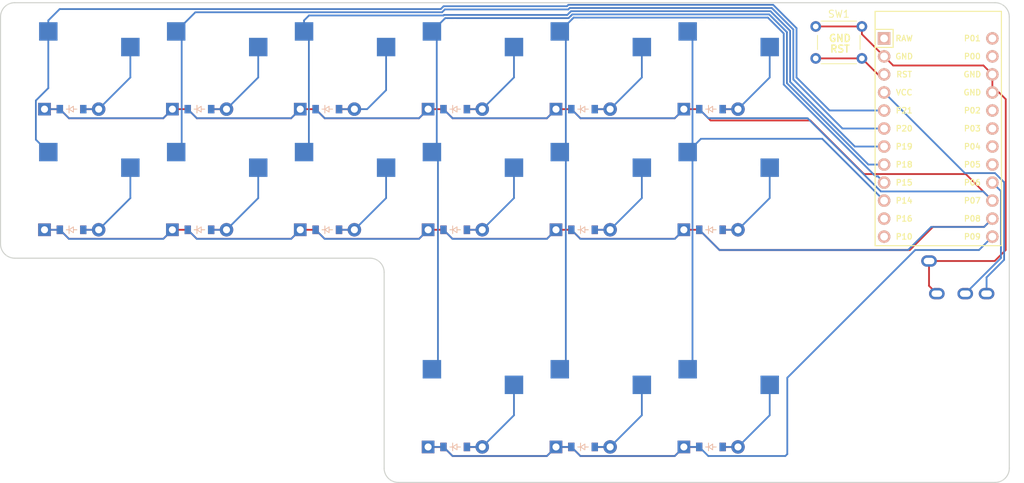
<source format=kicad_pcb>
(kicad_pcb (version 20241229) (generator "pcbnew") (generator_version "9.0")
  (title_block (title "peregrine-lefty") (rev "v1.0.0") (company "Unknown"))
  (layers (0 "F.Cu" signal) (2 "B.Cu" signal) (13 "F.Paste" user) (15 "B.Paste" user) (5 "F.SilkS" user) (7 "B.SilkS" user) (1 "F.Mask" user) (3 "B.Mask" user) (25 "Edge.Cuts" user))
  (net 0 "")
  (net 1 "P21")
  (net 2 "one_middle")
  (net 3 "one_top")
  (net 4 "P20")
  (net 5 "two_middle")
  (net 6 "two_top")
  (net 7 "P19")
  (net 8 "three_middle")
  (net 9 "three_top")
  (net 10 "P18")
  (net 11 "four_bottom")
  (net 12 "four_middle")
  (net 13 "four_top")
  (net 14 "P15")
  (net 15 "five_bottom")
  (net 16 "five_middle")
  (net 17 "five_top")
  (net 18 "P14")
  (net 19 "six_bottom")
  (net 20 "six_middle")
  (net 21 "six_top")
  (net 22 "P8")
  (net 23 "P7")
  (net 24 "P9")
  (net 25 "RAW")
  (net 26 "GND")
  (net 27 "RST")
  (net 28 "VCC")
  (net 29 "P16")
  (net 30 "P10")
  (net 31 "P1")
  (net 32 "P0")
  (net 33 "P2")
  (net 34 "P3")
  (net 35 "P4")
  (net 36 "P5")
  (net 37 "P6")
  (footprint "ComboDiode" (layer "F.Cu") (at 100 74.4)
    (property "Reference" "D1" (hide yes))
    (property "Value" "" (hide yes))
  )
  (footprint "ComboDiode" (layer "F.Cu") (at 190 105)
    (property "Reference" "D13" (hide yes))
    (property "Value" "" (hide yes))
  )
  (footprint "ComboDiode" (layer "F.Cu") (at 190 74.4)
    (property "Reference" "D14" (hide yes))
    (property "Value" "" (hide yes))
  )
  (footprint "PG1350" (layer "F.Cu") (at 118 69.4)
    (property "Reference" "S3" (hide yes))
    (property "Value" "" (hide yes))
  )
  (footprint "TRRS-PJ-320A-dual" (layer "F.Cu") (at 232 83.4 -90)
    (property "Reference" "TRRS1")
    (property "Value" "TRRS-PJ-320A-dual" (hide yes))
  )
  (footprint "PG1350" (layer "F.Cu") (at 190 69.4)
    (property "Reference" "S14" (hide yes))
    (property "Value" "" (hide yes))
  )
  (footprint "PG1350" (layer "F.Cu") (at 154 52.4)
    (property "Reference" "S9" (hide yes))
    (property "Value" "" (hide yes))
  )
  (footprint "ProMicro" (layer "F.Cu") (at 222 61.4 -90)
    (property "Reference" "MCU1" (hide yes))
    (property "Value" "" (hide yes))
  )
  (footprint "ComboDiode" (layer "F.Cu") (at 154 57.4)
    (property "Reference" "D9" (hide yes))
    (property "Value" "" (hide yes))
  )
  (footprint "PG1350" (layer "F.Cu") (at 190 52.4)
    (property "Reference" "S15" (hide yes))
    (property "Value" "" (hide yes))
  )
  (footprint "PG1350" (layer "F.Cu") (at 154 69.4)
    (property "Reference" "S8" (hide yes))
    (property "Value" "" (hide yes))
  )
  (footprint "ComboDiode" (layer "F.Cu") (at 154 74.4)
    (property "Reference" "D8" (hide yes))
    (property "Value" "" (hide yes))
  )
  (footprint "ComboDiode" (layer "F.Cu") (at 172 57.4)
    (property "Reference" "D12" (hide yes))
    (property "Value" "" (hide yes))
  )
  (footprint "PG1350" (layer "F.Cu") (at 154 100)
    (property "Reference" "S7" (hide yes))
    (property "Value" "" (hide yes))
  )
  (footprint "PG1350" (layer "F.Cu") (at 172 100)
    (property "Reference" "S10" (hide yes))
    (property "Value" "" (hide yes))
  )
  (footprint "ComboDiode" (layer "F.Cu") (at 100 57.4)
    (property "Reference" "D2" (hide yes))
    (property "Value" "" (hide yes))
  )
  (footprint "PG1350" (layer "F.Cu") (at 100 69.4)
    (property "Reference" "S1" (hide yes))
    (property "Value" "" (hide yes))
  )
  (footprint "ComboDiode" (layer "F.Cu") (at 172 74.4)
    (property "Reference" "D11" (hide yes))
    (property "Value" "" (hide yes))
  )
  (footprint "PG1350" (layer "F.Cu") (at 136 52.4)
    (property "Reference" "S6" (hide yes))
    (property "Value" "" (hide yes))
  )
  (footprint "ComboDiode" (layer "F.Cu") (at 136 57.4)
    (property "Reference" "D6" (hide yes))
    (property "Value" "" (hide yes))
  )
  (footprint "PG1350" (layer "F.Cu") (at 100 52.4)
    (property "Reference" "S2" (hide yes))
    (property "Value" "" (hide yes))
  )
  (footprint "ComboDiode" (layer "F.Cu") (at 154 105)
    (property "Reference" "D7" (hide yes))
    (property "Value" "" (hide yes))
  )
  (footprint "ComboDiode" (layer "F.Cu") (at 118 74.4)
    (property "Reference" "D3" (hide yes))
    (property "Value" "" (hide yes))
  )
  (footprint "ComboDiode" (layer "F.Cu") (at 136 74.4)
    (property "Reference" "D5" (hide yes))
    (property "Value" "" (hide yes))
  )
  (footprint "PG1350" (layer "F.Cu") (at 190 100)
    (property "Reference" "S13" (hide yes))
    (property "Value" "" (hide yes))
  )
  (footprint "CorienLibrarypretty:AliExpressResetButton6x45xH" (layer "F.Cu") (at 208 48)
    (property "Reference" "SW1")
    (property "Value" "TactileSW")
  )
  (footprint "ComboDiode" (layer "F.Cu") (at 172 105)
    (property "Reference" "D10" (hide yes))
    (property "Value" "" (hide yes))
  )
  (footprint "PG1350" (layer "F.Cu") (at 172 69.4)
    (property "Reference" "S11" (hide yes))
    (property "Value" "" (hide yes))
  )
  (footprint "PG1350" (layer "F.Cu") (at 172 52.4)
    (property "Reference" "S12" (hide yes))
    (property "Value" "" (hide yes))
  )
  (footprint "PG1350" (layer "F.Cu") (at 118 52.4)
    (property "Reference" "S4" (hide yes))
    (property "Value" "" (hide yes))
  )
  (footprint "ComboDiode" (layer "F.Cu") (at 190 57.4)
    (property "Reference" "D15" (hide yes))
    (property "Value" "" (hide yes))
  )
  (footprint "PG1350" (layer "F.Cu") (at 136 69.4)
    (property "Reference" "S5" (hide yes))
    (property "Value" "" (hide yes))
  )
  (footprint "ComboDiode" (layer "F.Cu") (at 118 57.4)
    (property "Reference" "D4" (hide yes))
    (property "Value" "" (hide yes))
  )
  (gr_arc (start 230 42.4) (mid 231.414214 42.985786) (end 232 44.4) (stroke (width 0.15)) (layer "Edge.Cuts"))
  (gr_line (start 90 76.4) (end 90 44.4) (stroke (width 0.15)) (layer "Edge.Cuts"))
  (gr_arc (start 232 108) (mid 231.414214 109.414214) (end 230 110) (stroke (width 0.15)) (layer "Edge.Cuts"))
  (gr_arc (start 142 78.4) (mid 143.414214 78.985786) (end 144 80.4) (stroke (width 0.15)) (layer "Edge.Cuts"))
  (gr_line (start 230 110) (end 146 110) (stroke (width 0.15)) (layer "Edge.Cuts"))
  (gr_line (start 232 44.4) (end 232 108) (stroke (width 0.15)) (layer "Edge.Cuts"))
  (gr_arc (start 90 44.4) (mid 90.585786 42.985786) (end 92 42.4) (stroke (width 0.15)) (layer "Edge.Cuts"))
  (gr_line (start 92 42.4) (end 230 42.4) (stroke (width 0.15)) (layer "Edge.Cuts"))
  (gr_arc (start 146 110) (mid 144.585786 109.414214) (end 144 108) (stroke (width 0.15)) (layer "Edge.Cuts"))
  (gr_line (start 142 78.4) (end 92 78.4) (stroke (width 0.15)) (layer "Edge.Cuts"))
  (gr_line (start 144 108) (end 144 80.4) (stroke (width 0.15)) (layer "Edge.Cuts"))
  (gr_arc (start 92 78.4) (mid 90.585786 77.814214) (end 90 76.4) (stroke (width 0.15)) (layer "Edge.Cuts"))
  (segment (start 96.725 46.45) (end 96.725 54.435) (width 0.25) (layer "B.Cu") (net 1))
  (segment (start 96.725 44.9) (end 96.725 46.45) (width 0.25) (layer "B.Cu") (net 1))
  (segment (start 152.365812 42.9) (end 151.965812 43.3) (width 0.25) (layer "B.Cu") (net 1))
  (segment (start 202.05 52.936396) (end 202.05 45.99102) (width 0.25) (layer "B.Cu") (net 1))
  (segment (start 94.975 61.7) (end 96.725 63.45) (width 0.25) (layer "B.Cu") (net 1))
  (segment (start 169.729416 42.9) (end 152.365812 42.9) (width 0.25) (layer "B.Cu") (net 1))
  (segment (start 214.38 57.59) (end 206.703604 57.59) (width 0.25) (layer "B.Cu") (net 1))
  (segment (start 206.703604 57.59) (end 202.05 52.936396) (width 0.25) (layer "B.Cu") (net 1))
  (segment (start 94.975 56.185) (end 94.975 61.7) (width 0.25) (layer "B.Cu") (net 1))
  (segment (start 96.725 54.435) (end 94.975 56.185) (width 0.25) (layer "B.Cu") (net 1))
  (segment (start 198.75898 42.7) (end 169.929416 42.7) (width 0.25) (layer "B.Cu") (net 1))
  (segment (start 151.965812 43.3) (end 98.325 43.3) (width 0.25) (layer "B.Cu") (net 1))
  (segment (start 98.325 43.3) (end 96.725 44.9) (width 0.25) (layer "B.Cu") (net 1))
  (segment (start 169.929416 42.7) (end 169.729416 42.9) (width 0.25) (layer "B.Cu") (net 1))
  (segment (start 202.05 45.99102) (end 198.75898 42.7) (width 0.25) (layer "B.Cu") (net 1))
  (segment (start 101.65 74.4) (end 103.81 74.4) (width 0.25) (layer "F.Cu") (net 2))
  (segment (start 101.65 74.4) (end 103.81 74.4) (width 0.25) (layer "B.Cu") (net 2))
  (segment (start 108.275 65.65) (end 108.275 69.935) (width 0.25) (layer "B.Cu") (net 2))
  (segment (start 108.275 69.935) (end 103.81 74.4) (width 0.25) (layer "B.Cu") (net 2))
  (segment (start 101.65 57.4) (end 103.81 57.4) (width 0.25) (layer "F.Cu") (net 3))
  (segment (start 108.275 48.65) (end 108.275 52.935) (width 0.25) (layer "B.Cu") (net 3))
  (segment (start 103.81 57.4) (end 101.65 57.4) (width 0.25) (layer "B.Cu") (net 3))
  (segment (start 108.275 52.935) (end 103.81 57.4) (width 0.25) (layer "B.Cu") (net 3))
  (segment (start 115.5 62.675) (end 114.725 63.45) (width 0.25) (layer "B.Cu") (net 4))
  (segment (start 170.115812 43.15) (end 169.915812 43.35) (width 0.25) (layer "B.Cu") (net 4))
  (segment (start 201.6 53.213604) (end 201.6 46.177416) (width 0.25) (layer "B.Cu") (net 4))
  (segment (start 214.38 60.13) (end 208.516396 60.13) (width 0.25) (layer "B.Cu") (net 4))
  (segment (start 208.516396 60.13) (end 201.6 53.213604) (width 0.25) (layer "B.Cu") (net 4))
  (segment (start 152.552208 43.35) (end 152.152208 43.75) (width 0.25) (layer "B.Cu") (net 4))
  (segment (start 169.915812 43.35) (end 152.552208 43.35) (width 0.25) (layer "B.Cu") (net 4))
  (segment (start 152.152208 43.75) (end 117.425 43.75) (width 0.25) (layer "B.Cu") (net 4))
  (segment (start 115.5 47.225) (end 115.5 62.675) (width 0.25) (layer "B.Cu") (net 4))
  (segment (start 117.425 43.75) (end 114.725 46.45) (width 0.25) (layer "B.Cu") (net 4))
  (segment (start 198.572584 43.15) (end 170.115812 43.15) (width 0.25) (layer "B.Cu") (net 4))
  (segment (start 201.6 46.177416) (end 198.572584 43.15) (width 0.25) (layer "B.Cu") (net 4))
  (segment (start 114.725 46.45) (end 115.5 47.225) (width 0.25) (layer "B.Cu") (net 4))
  (segment (start 119.65 74.4) (end 121.81 74.4) (width 0.25) (layer "F.Cu") (net 5))
  (segment (start 126.275 65.65) (end 126.275 69.935) (width 0.25) (layer "B.Cu") (net 5))
  (segment (start 121.81 74.4) (end 119.65 74.4) (width 0.25) (layer "B.Cu") (net 5))
  (segment (start 126.275 69.935) (end 121.81 74.4) (width 0.25) (layer "B.Cu") (net 5))
  (segment (start 119.65 57.4) (end 121.81 57.4) (width 0.25) (layer "F.Cu") (net 6))
  (segment (start 121.81 57.4) (end 119.65 57.4) (width 0.25) (layer "B.Cu") (net 6))
  (segment (start 126.275 48.65) (end 126.275 52.935) (width 0.25) (layer "B.Cu") (net 6))
  (segment (start 126.275 52.935) (end 121.81 57.4) (width 0.25) (layer "B.Cu") (net 6))
  (segment (start 170.100208 43.802) (end 169.778208 44.124) (width 0.25) (layer "B.Cu") (net 7))
  (segment (start 133.405 47.13) (end 133.405 62.77) (width 0.25) (layer "B.Cu") (net 7))
  (segment (start 152.417433 44.124) (end 152.339432 44.202) (width 0.25) (layer "B.Cu") (net 7))
  (segment (start 152.339432 44.202) (end 133.423 44.202) (width 0.25) (layer "B.Cu") (net 7))
  (segment (start 201.148 53.560016) (end 201.148 46.36464) (width 0.25) (layer "B.Cu") (net 7))
  (segment (start 201.148 53.560016) (end 210.257984 62.67) (width 0.25) (layer "B.Cu") (net 7))
  (segment (start 214.38 62.67) (end 210.257984 62.67) (width 0.25) (layer "B.Cu") (net 7))
  (segment (start 170.103036 43.802) (end 170.100208 43.802) (width 0.25) (layer "B.Cu") (net 7))
  (segment (start 132.725 46.45) (end 133.405 47.13) (width 0.25) (layer "B.Cu") (net 7))
  (segment (start 132.725 44.9) (end 132.725 46.45) (width 0.25) (layer "B.Cu") (net 7))
  (segment (start 201.148 46.36464) (end 198.38536 43.602) (width 0.25) (layer "B.Cu") (net 7))
  (segment (start 133.423 44.202) (end 132.725 44.9) (width 0.25) (layer "B.Cu") (net 7))
  (segment (start 169.778208 44.124) (end 152.417433 44.124) (width 0.25) (layer "B.Cu") (net 7))
  (segment (start 170.303037 43.602) (end 170.103036 43.802) (width 0.25) (layer "B.Cu") (net 7))
  (segment (start 198.38536 43.602) (end 170.303037 43.602) (width 0.25) (layer "B.Cu") (net 7))
  (segment (start 133.405 62.77) (end 132.725 63.45) (width 0.25) (layer "B.Cu") (net 7))
  (segment (start 139.81 74.4) (end 137.65 74.4) (width 0.25) (layer "F.Cu") (net 8))
  (segment (start 144.275 69.935) (end 139.81 74.4) (width 0.25) (layer "B.Cu") (net 8))
  (segment (start 137.65 74.4) (end 139.81 74.4) (width 0.25) (layer "B.Cu") (net 8))
  (segment (start 144.275 65.65) (end 144.275 69.935) (width 0.25) (layer "B.Cu") (net 8))
  (segment (start 139.81 57.4) (end 137.65 57.4) (width 0.25) (layer "F.Cu") (net 9))
  (segment (start 141.6 57.4) (end 139.81 57.4) (width 0.25) (layer "B.Cu") (net 9))
  (segment (start 144.275 54.725) (end 141.6 57.4) (width 0.25) (layer "B.Cu") (net 9))
  (segment (start 139.81 57.4) (end 137.65 57.4) (width 0.25) (layer "B.Cu") (net 9))
  (segment (start 144.275 48.65) (end 144.275 54.725) (width 0.25) (layer "B.Cu") (net 9))
  (segment (start 150.725 63.45) (end 151.574 64.299) (width 0.25) (layer "B.Cu") (net 10))
  (segment (start 152.603828 44.574) (end 152.525826 44.652) (width 0.25) (layer "B.Cu") (net 10))
  (segment (start 151.574 64.299) (end 151.574 93.201) (width 0.25) (layer "B.Cu") (net 10))
  (segment (start 170.289432 44.252) (end 170.286603 44.252001) (width 0.25) (layer "B.Cu") (net 10))
  (segment (start 200.698 53.746412) (end 200.698 46.551036) (width 0.25) (layer "B.Cu") (net 10))
  (segment (start 169.964604 44.574) (end 152.603828 44.574) (width 0.25) (layer "B.Cu") (net 10))
  (segment (start 150.725 46.45) (end 151.405 47.13) (width 0.25) (layer "B.Cu") (net 10))
  (segment (start 151.405 47.13) (end 151.405 62.77) (width 0.25) (layer "B.Cu") (net 10))
  (segment (start 198.198964 44.052) (end 170.489432 44.052) (width 0.25) (layer "B.Cu") (net 10))
  (segment (start 151.405 62.77) (end 150.725 63.45) (width 0.25) (layer "B.Cu") (net 10))
  (segment (start 170.286603 44.252001) (end 169.964604 44.574) (width 0.25) (layer "B.Cu") (net 10))
  (segment (start 152.525826 44.652) (end 152.522999 44.652001) (width 0.25) (layer "B.Cu") (net 10))
  (segment (start 152.522999 44.652001) (end 150.725 46.45) (width 0.25) (layer "B.Cu") (net 10))
  (segment (start 212.161588 65.21) (end 200.698 53.746412) (width 0.25) (layer "B.Cu") (net 10))
  (segment (start 200.698 46.551036) (end 198.198964 44.052) (width 0.25) (layer "B.Cu") (net 10))
  (segment (start 214.38 65.21) (end 212.161588 65.21) (width 0.25) (layer "B.Cu") (net 10))
  (segment (start 151.574 93.201) (end 150.725 94.05) (width 0.25) (layer "B.Cu") (net 10))
  (segment (start 170.489432 44.052) (end 170.289432 44.252) (width 0.25) (layer "B.Cu") (net 10))
  (segment (start 157.81 105) (end 155.65 105) (width 0.25) (layer "F.Cu") (net 11))
  (segment (start 162.275 96.25) (end 162.275 100.535) (width 0.25) (layer "B.Cu") (net 11))
  (segment (start 162.275 100.535) (end 157.81 105) (width 0.25) (layer "B.Cu") (net 11))
  (segment (start 157.81 105) (end 155.65 105) (width 0.25) (layer "B.Cu") (net 11))
  (segment (start 157.81 74.4) (end 155.65 74.4) (width 0.25) (layer "F.Cu") (net 12))
  (segment (start 162.275 69.935) (end 157.81 74.4) (width 0.25) (layer "B.Cu") (net 12))
  (segment (start 155.65 74.4) (end 157.81 74.4) (width 0.25) (layer "B.Cu") (net 12))
  (segment (start 162.275 65.65) (end 162.275 69.935) (width 0.25) (layer "B.Cu") (net 12))
  (segment (start 155.65 57.4) (end 157.81 57.4) (width 0.25) (layer "F.Cu") (net 13))
  (segment (start 155.65 57.4) (end 157.81 57.4) (width 0.25) (layer "B.Cu") (net 13))
  (segment (start 162.275 48.65) (end 162.275 52.935) (width 0.25) (layer "B.Cu") (net 13))
  (segment (start 162.275 52.935) (end 157.81 57.4) (width 0.25) (layer "B.Cu") (net 13))
  (segment (start 198.012568 44.502) (end 170.675828 44.502) (width 0.25) (layer "B.Cu") (net 14))
  (segment (start 169.574 47.299) (end 169.574 62.601) (width 0.25) (layer "B.Cu") (net 14))
  (segment (start 200.248 53.932808) (end 200.248 46.737432) (width 0.25) (layer "B.Cu") (net 14))
  (segment (start 168.725 46.45) (end 169.574 47.299) (width 0.25) (layer "B.Cu") (net 14))
  (segment (start 170.475828 44.702) (end 170.473 44.702) (width 0.25) (layer "B.Cu") (net 14))
  (segment (start 213.188892 66.8737) (end 200.248 53.932808) (width 0.25) (layer "B.Cu") (net 14))
  (segment (start 169.574 93.201) (end 168.725 94.05) (width 0.25) (layer "B.Cu") (net 14))
  (segment (start 169.574 64.299) (end 169.574 93.201) (width 0.25) (layer "B.Cu") (net 14))
  (segment (start 200.248 46.737432) (end 198.012568 44.502) (width 0.25) (layer "B.Cu") (net 14))
  (segment (start 170.675828 44.502) (end 170.475828 44.702) (width 0.25) (layer "B.Cu") (net 14))
  (segment (start 214.38 67.75) (end 213.5037 66.8737) (width 0.25) (layer "B.Cu") (net 14))
  (segment (start 170.473 44.702) (end 168.725 46.45) (width 0.25) (layer "B.Cu") (net 14))
  (segment (start 213.5037 66.8737) (end 213.188892 66.8737) (width 0.25) (layer "B.Cu") (net 14))
  (segment (start 168.725 63.45) (end 169.574 64.299) (width 0.25) (layer "B.Cu") (net 14))
  (segment (start 169.574 62.601) (end 168.725 63.45) (width 0.25) (layer "B.Cu") (net 14))
  (segment (start 173.65 105) (end 175.81 105) (width 0.25) (layer "F.Cu") (net 15))
  (segment (start 173.65 105) (end 175.81 105) (width 0.25) (layer "B.Cu") (net 15))
  (segment (start 180.275 100.535) (end 175.81 105) (width 0.25) (layer "B.Cu") (net 15))
  (segment (start 180.275 96.25) (end 180.275 100.535) (width 0.25) (layer "B.Cu") (net 15))
  (segment (start 175.81 74.4) (end 173.65 74.4) (width 0.25) (layer "F.Cu") (net 16))
  (segment (start 180.275 69.935) (end 175.81 74.4) (width 0.25) (layer "B.Cu") (net 16))
  (segment (start 180.275 65.65) (end 180.275 69.935) (width 0.25) (layer "B.Cu") (net 16))
  (segment (start 175.81 74.4) (end 173.65 74.4) (width 0.25) (layer "B.Cu") (net 16))
  (segment (start 175.81 57.4) (end 173.65 57.4) (width 0.25) (layer "F.Cu") (net 17))
  (segment (start 180.275 48.65) (end 180.275 52.935) (width 0.25) (layer "B.Cu") (net 17))
  (segment (start 175.81 57.4) (end 173.65 57.4) (width 0.25) (layer "B.Cu") (net 17))
  (segment (start 180.275 52.935) (end 175.81 57.4) (width 0.25) (layer "B.Cu") (net 17))
  (segment (start 187.405 64.13) (end 187.405 93.37) (width 0.25) (layer "B.Cu") (net 18))
  (segment (start 186.725 63.45) (end 187.405 64.13) (width 0.25) (layer "B.Cu") (net 18))
  (segment (start 188.601 61.574) (end 186.725 63.45) (width 0.25) (layer "B.Cu") (net 18))
  (segment (start 214.38 70.29) (end 205.664 61.574) (width 0.25) (layer "B.Cu") (net 18))
  (segment (start 187.405 62.77) (end 186.725 63.45) (width 0.25) (layer "B.Cu") (net 18))
  (segment (start 186.725 46.45) (end 187.405 47.13) (width 0.25) (layer "B.Cu") (net 18))
  (segment (start 205.664 61.574) (end 188.601 61.574) (width 0.25) (layer "B.Cu") (net 18))
  (segment (start 187.405 47.13) (end 187.405 62.77) (width 0.25) (layer "B.Cu") (net 18))
  (segment (start 187.405 93.37) (end 186.725 94.05) (width 0.25) (layer "B.Cu") (net 18))
  (segment (start 193.81 105) (end 191.65 105) (width 0.25) (layer "F.Cu") (net 19))
  (segment (start 198.275 100.535) (end 193.81 105) (width 0.25) (layer "B.Cu") (net 19))
  (segment (start 191.65 105) (end 193.81 105) (width 0.25) (layer "B.Cu") (net 19))
  (segment (start 198.275 96.25) (end 198.275 100.535) (width 0.25) (layer "B.Cu") (net 19))
  (segment (start 193.81 74.4) (end 191.65 74.4) (width 0.25) (layer "F.Cu") (net 20))
  (segment (start 193.81 74.4) (end 191.65 74.4) (width 0.25) (layer "B.Cu") (net 20))
  (segment (start 198.275 69.935) (end 193.81 74.4) (width 0.25) (layer "B.Cu") (net 20))
  (segment (start 198.275 65.65) (end 198.275 69.935) (width 0.25) (layer "B.Cu") (net 20))
  (segment (start 191.65 57.4) (end 193.81 57.4) (width 0.25) (layer "F.Cu") (net 21))
  (segment (start 191.65 57.4) (end 193.81 57.4) (width 0.25) (layer "B.Cu") (net 21))
  (segment (start 198.275 52.935) (end 193.81 57.4) (width 0.25) (layer "B.Cu") (net 21))
  (segment (start 198.275 48.65) (end 198.275 52.935) (width 0.25) (layer "B.Cu") (net 21))
  (segment (start 112.9115 75.6785) (end 114.19 74.4) (width 0.25) (layer "F.Cu") (net 22))
  (segment (start 114.19 74.4) (end 116.35 74.4) (width 0.25) (layer "F.Cu") (net 22))
  (segment (start 130.9115 75.6785) (end 132.19 74.4) (width 0.25) (layer "F.Cu") (net 22))
  (segment (start 135.6285 75.6785) (end 148.9115 75.6785) (width 0.25) (layer "F.Cu") (net 22))
  (segment (start 188.35 74.4) (end 191.2 77.25) (width 0.25) (layer "F.Cu") (net 22))
  (segment (start 218 77.25) (end 221.25 74) (width 0.25) (layer "F.Cu") (net 22))
  (segment (start 117.6285 75.6785) (end 130.9115 75.6785) (width 0.25) (layer "F.Cu") (net 22))
  (segment (start 170.35 74.4) (end 168.19 74.4) (width 0.25) (layer "F.Cu") (net 22))
  (segment (start 191.2 77.25) (end 218 77.25) (width 0.25) (layer "F.Cu") (net 22))
  (segment (start 96.19 74.4) (end 98.35 74.4) (width 0.25) (layer "F.Cu") (net 22))
  (segment (start 184.9115 75.6785) (end 186.19 74.4) (width 0.25) (layer "F.Cu") (net 22))
  (segment (start 188.35 74.4) (end 186.19 74.4) (width 0.25) (layer "F.Cu") (net 22))
  (segment (start 153.6285 75.6785) (end 166.9115 75.6785) (width 0.25) (layer "F.Cu") (net 22))
  (segment (start 148.9115 75.6785) (end 150.19 74.4) (width 0.25) (layer "F.Cu") (net 22))
  (segment (start 228.45 74) (end 229.62 72.83) (width 0.25) (layer "F.Cu") (net 22))
  (segment (start 116.35 74.4) (end 117.6285 75.6785) (width 0.25) (layer "F.Cu") (net 22))
  (segment (start 134.35 74.4) (end 135.6285 75.6785) (width 0.25) (layer "F.Cu") (net 22))
  (segment (start 132.19 74.4) (end 134.35 74.4) (width 0.25) (layer "F.Cu") (net 22))
  (segment (start 152.35 74.4) (end 153.6285 75.6785) (width 0.25) (layer "F.Cu") (net 22))
  (segment (start 99.6285 75.6785) (end 112.9115 75.6785) (width 0.25) (layer "F.Cu") (net 22))
  (segment (start 166.9115 75.6785) (end 168.19 74.4) (width 0.25) (layer "F.Cu") (net 22))
  (segment (start 98.35 74.4) (end 99.6285 75.6785) (width 0.25) (layer "F.Cu") (net 22))
  (segment (start 152.35 74.4) (end 150.19 74.4) (width 0.25) (layer "F.Cu") (net 22))
  (segment (start 221.25 74) (end 228.45 74) (width 0.25) (layer "F.Cu") (net 22))
  (segment (start 170.35 74.4) (end 171.6285 75.6785) (width 0.25) (layer "F.Cu") (net 22))
  (segment (start 171.6285 75.6785) (end 184.9115 75.6785) (width 0.25) (layer "F.Cu") (net 22))
  (segment (start 166.9115 75.6785) (end 168.19 74.4) (width 0.25) (layer "B.Cu") (net 22))
  (segment (start 112.9115 75.6785) (end 114.19 74.4) (width 0.25) (layer "B.Cu") (net 22))
  (segment (start 134.35 74.4) (end 135.6285 75.6785) (width 0.25) (layer "B.Cu") (net 22))
  (segment (start 228.45 74) (end 229.62 72.83) (width 0.25) (layer "B.Cu") (net 22))
  (segment (start 135.6285 75.6785) (end 148.9115 75.6785) (width 0.25) (layer "B.Cu") (net 22))
  (segment (start 153.6285 75.6785) (end 166.9115 75.6785) (width 0.25) (layer "B.Cu") (net 22))
  (segment (start 221 74) (end 228.45 74) (width 0.25) (layer "B.Cu") (net 22))
  (segment (start 188.35 74.4) (end 191.2 77.25) (width 0.25) (layer "B.Cu") (net 22))
  (segment (start 152.35 74.4) (end 153.6285 75.6785) (width 0.25) (layer "B.Cu") (net 22))
  (segment (start 184.9115 75.6785) (end 186.19 74.4) (width 0.25) (layer "B.Cu") (net 22))
  (segment (start 217.75 77.25) (end 221 74) (width 0.25) (layer "B.Cu") (net 22))
  (segment (start 148.9115 75.6785) (end 150.19 74.4) (width 0.25) (layer "B.Cu") (net 22))
  (segment (start 98.35 74.4) (end 99.6285 75.6785) (width 0.25) (layer "B.Cu") (net 22))
  (segment (start 191.2 77.25) (end 217.75 77.25) (width 0.25) (layer "B.Cu") (net 22))
  (segment (start 130.9115 75.6785) (end 132.19 74.4) (width 0.25) (layer "B.Cu") (net 22))
  (segment (start 170.35 74.4) (end 171.6285 75.6785) (width 0.25) (layer "B.Cu") (net 22))
  (segment (start 116.35 74.4) (end 117.6285 75.6785) (width 0.25) (layer "B.Cu") (net 22))
  (segment (start 171.6285 75.6785) (end 184.9115 75.6785) (width 0.25) (layer "B.Cu") (net 22))
  (segment (start 96.19 74.4) (end 98.35 74.4) (width 0.25) (layer "B.Cu") (net 22))
  (segment (start 99.6285 75.6785) (end 112.9115 75.6785) (width 0.25) (layer "B.Cu") (net 22))
  (segment (start 117.6285 75.6785) (end 130.9115 75.6785) (width 0.25) (layer "B.Cu") (net 22))
  (segment (start 116.35 57.4) (end 114.19 57.4) (width 0.25) (layer "F.Cu") (net 23))
  (segment (start 211.5477 66.5477) (end 204 59) (width 0.25) (layer "F.Cu") (net 23))
  (segment (start 117.6285 58.6785) (end 116.35 57.4) (width 0.25) (layer "F.Cu") (net 23))
  (segment (start 130.9115 58.6785) (end 117.6285 58.6785) (width 0.25) (layer "F.Cu") (net 23))
  (segment (start 134.35 57.4) (end 132.19 57.4) (width 0.25) (layer "F.Cu") (net 23))
  (segment (start 148.9115 58.6785) (end 135.6285 58.6785) (width 0.25) (layer "F.Cu") (net 23))
  (segment (start 189.95 59) (end 188.35 57.4) (width 0.25) (layer "F.Cu") (net 23))
  (segment (start 204 59) (end 189.95 59) (width 0.25) (layer "F.Cu") (net 23))
  (segment (start 99.6285 58.6785) (end 98.35 57.4) (width 0.25) (layer "F.Cu") (net 23))
  (segment (start 153.6285 58.6785) (end 152.35 57.4) (width 0.25) (layer "F.Cu") (net 23))
  (segment (start 135.6285 58.6785) (end 134.35 57.4) (width 0.25) (layer "F.Cu") (net 23))
  (segment (start 186.19 57.4) (end 184.9115 58.6785) (width 0.25) (layer "F.Cu") (net 23))
  (segment (start 229.62 70.29) (end 225.8777 66.5477) (width 0.25) (layer "F.Cu") (net 23))
  (segment (start 150.19 57.4) (end 148.9115 58.6785) (width 0.25) (layer "F.Cu") (net 23))
  (segment (start 184.9115 58.6785) (end 171.6285 58.6785) (width 0.25) (layer "F.Cu") (net 23))
  (segment (start 170.35 57.4) (end 168.19 57.4) (width 0.25) (layer "F.Cu") (net 23))
  (segment (start 166.9115 58.6785) (end 153.6285 58.6785) (width 0.25) (layer "F.Cu") (net 23))
  (segment (start 132.19 57.4) (end 130.9115 58.6785) (width 0.25) (layer "F.Cu") (net 23))
  (segment (start 96.19 57.4) (end 98.35 57.4) (width 0.25) (layer "F.Cu") (net 23))
  (segment (start 188.35 57.4) (end 186.19 57.4) (width 0.25) (layer "F.Cu") (net 23))
  (segment (start 171.6285 58.6785) (end 170.35 57.4) (width 0.25) (layer "F.Cu") (net 23))
  (segment (start 168.19 57.4) (end 166.9115 58.6785) (width 0.25) (layer "F.Cu") (net 23))
  (segment (start 114.19 57.4) (end 112.9115 58.6785) (width 0.25) (layer "F.Cu") (net 23))
  (segment (start 112.9115 58.6785) (end 99.6285 58.6785) (width 0.25) (layer "F.Cu") (net 23))
  (segment (start 225.8777 66.5477) (end 211.5477 66.5477) (width 0.25) (layer "F.Cu") (net 23))
  (segment (start 152.35 57.4) (end 150.19 57.4) (width 0.25) (layer "F.Cu") (net 23))
  (segment (start 148.9115 58.6785) (end 150.19 57.4) (width 0.25) (layer "B.Cu") (net 23))
  (segment (start 166.9115 58.6785) (end 168.19 57.4) (width 0.25) (layer "B.Cu") (net 23))
  (segment (start 184.9115 58.6785) (end 186.19 57.4) (width 0.25) (layer "B.Cu") (net 23))
  (segment (start 153.6285 58.6785) (end 166.9115 58.6785) (width 0.25) (layer "B.Cu") (net 23))
  (segment (start 188.35 57.4) (end 189.6285 58.6785) (width 0.25) (layer "B.Cu") (net 23))
  (segment (start 203.608191 58.6785) (end 213.929691 69) (width 0.25) (layer "B.Cu") (net 23))
  (segment (start 170.35 57.4) (end 171.6285 58.6785) (width 0.25) (layer "B.Cu") (net 23))
  (segment (start 134.35 57.4) (end 135.6285 58.6785) (width 0.25) (layer "B.Cu") (net 23))
  (segment (start 135.6285 58.6785) (end 148.9115 58.6785) (width 0.25) (layer "B.Cu") (net 23))
  (segment (start 117.6285 58.6785) (end 130.9115 58.6785) (width 0.25) (layer "B.Cu") (net 23))
  (segment (start 130.9115 58.6785) (end 132.19 57.4) (width 0.25) (layer "B.Cu") (net 23))
  (segment (start 152.35 57.4) (end 153.6285 58.6785) (width 0.25) (layer "B.Cu") (net 23))
  (segment (start 171.6285 58.6785) (end 184.9115 58.6785) (width 0.25) (layer "B.Cu") (net 23))
  (segment (start 98.35 57.4) (end 99.6285 58.6785) (width 0.25) (layer "B.Cu") (net 23))
  (segment (start 213.929691 69) (end 228.33 69) (width 0.25) (layer "B.Cu") (net 23))
  (segment (start 99.6285 58.6785) (end 112.9115 58.6785) (width 0.25) (layer "B.Cu") (net 23))
  (segment (start 116.35 57.4) (end 117.6285 58.6785) (width 0.25) (layer "B.Cu") (net 23))
  (segment (start 112.9115 58.6785) (end 114.19 57.4) (width 0.25) (layer "B.Cu") (net 23))
  (segment (start 228.33 69) (end 229.62 70.29) (width 0.25) (layer "B.Cu") (net 23))
  (segment (start 189.6285 58.6785) (end 203.608191 58.6785) (width 0.25) (layer "B.Cu") (net 23))
  (segment (start 98.35 57.4) (end 96.19 57.4) (width 0.25) (layer "B.Cu") (net 23))
  (segment (start 166.9115 106.2785) (end 168.19 105) (width 0.25) (layer "F.Cu") (net 24))
  (segment (start 153.6285 106.2785) (end 166.9115 106.2785) (width 0.25) (layer "F.Cu") (net 24))
  (segment (start 171.6285 106.2785) (end 184.9115 106.2785) (width 0.25) (layer "F.Cu") (net 24))
  (segment (start 170.35 105) (end 171.6285 106.2785) (width 0.25) (layer "F.Cu") (net 24))
  (segment (start 170.35 105) (end 168.19 105) (width 0.25) (layer "F.Cu") (net 24))
  (segment (start 150.19 105) (end 152.35 105) (width 0.25) (layer "F.Cu") (net 24))
  (segment (start 152.35 105) (end 153.6285 106.2785) (width 0.25) (layer "F.Cu") (net 24))
  (segment (start 188.35 105) (end 186.19 105) (width 0.25) (layer "F.Cu") (net 24))
  (segment (start 184.9115 106.2785) (end 186.19 105) (width 0.25) (layer "F.Cu") (net 24))
  (segment (start 150.19 105) (end 152.35 105) (width 0.25) (layer "B.Cu") (net 24))
  (segment (start 186.19 105) (end 188.35 105) (width 0.25) (layer "B.Cu") (net 24))
  (segment (start 227.74 77.25) (end 229.62 75.37) (width 0.25) (layer "B.Cu") (net 24))
  (segment (start 166.9115 106.2785) (end 168.19 105) (width 0.25) (layer "B.Cu") (net 24))
  (segment (start 218.75 77.25) (end 227.74 77.25) (width 0.25) (layer "B.Cu") (net 24))
  (segment (start 184.9115 106.2785) (end 186.19 105) (width 0.25) (layer "B.Cu") (net 24))
  (segment (start 152.35 105) (end 153.6285 106.2785) (width 0.25) (layer "B.Cu") (net 24))
  (segment (start 200.75 95.25) (end 218.75 77.25) (width 0.25) (layer "B.Cu") (net 24))
  (segment (start 168.19 105) (end 170.35 105) (width 0.25) (layer "B.Cu") (net 24))
  (segment (start 153.6285 106.2785) (end 166.9115 106.2785) (width 0.25) (layer "B.Cu") (net 24))
  (segment (start 170.35 105) (end 171.6285 106.2785) (width 0.25) (layer "B.Cu") (net 24))
  (segment (start 188.35 105) (end 189.6285 106.2785) (width 0.25) (layer "B.Cu") (net 24))
  (segment (start 200.4715 106.2785) (end 200.75 106) (width 0.25) (layer "B.Cu") (net 24))
  (segment (start 171.6285 106.2785) (end 184.9115 106.2785) (width 0.25) (layer "B.Cu") (net 24))
  (segment (start 200.75 106) (end 200.75 95.25) (width 0.25) (layer "B.Cu") (net 24))
  (segment (start 189.6285 106.2785) (end 200.4715 106.2785) (width 0.25) (layer "B.Cu") (net 24))
  (segment (start 211.25 46.84) (end 214.38 49.97) (width 0.25) (layer "F.Cu") (net 26))
  (segment (start 230.55 55.05) (end 231.5 56) (width 0.25) (layer "F.Cu") (net 26))
  (segment (start 214.38 49.97) (end 215.66 51.25) (width 0.25) (layer "F.Cu") (net 26))
  (segment (start 229.62 52.51) (end 229.62 55.05) (width 0.25) (layer "F.Cu") (net 26))
  (segment (start 215.66 51.25) (end 228.36 51.25) (width 0.25) (layer "F.Cu") (net 26))
  (segment (start 231.5 56) (end 231.5 77.25) (width 0.25) (layer "F.Cu") (net 26))
  (segment (start 231.5 77.25) (end 229.95 78.8) (width 0.25) (layer "F.Cu") (net 26))
  (segment (start 229.62 55.05) (end 230.55 55.05) (width 0.25) (layer "F.Cu") (net 26))
  (segment (start 211.25 45.75) (end 211.25 46.84) (width 0.25) (layer "F.Cu") (net 26))
  (segment (start 229.95 78.8) (end 220.7 78.8) (width 0.25) (layer "F.Cu") (net 26))
  (segment (start 228.36 51.25) (end 229.62 52.51) (width 0.25) (layer "F.Cu") (net 26))
  (segment (start 220.7 82.3) (end 221.8 83.4) (width 0.25) (layer "F.Cu") (net 26))
  (segment (start 220.7 78.8) (end 220.7 82.3) (width 0.25) (layer "F.Cu") (net 26))
  (segment (start 204.75 45.75) (end 211.25 45.75) (width 0.25) (layer "F.Cu") (net 26))
  (segment (start 204.75 50.25) (end 211.25 50.25) (width 0.25) (layer "F.Cu") (net 27))
  (segment (start 211.25 50.25) (end 213.51 52.51) (width 0.25) (layer "F.Cu") (net 27))
  (segment (start 213.51 52.51) (end 214.38 52.51) (width 0.25) (layer "F.Cu") (net 27))
  (segment (start 229.982609 66.4123) (end 231.2723 67.701991) (width 0.25) (layer "B.Cu") (net 28))
  (segment (start 231.2723 78.635296) (end 228.8 81.107596) (width 0.25) (layer "B.Cu") (net 28))
  (segment (start 225.7423 66.4123) (end 229.982609 66.4123) (width 0.25) (layer "B.Cu") (net 28))
  (segment (start 214.38 55.05) (end 225.7423 66.4123) (width 0.25) (layer "B.Cu") (net 28))
  (segment (start 231.2723 67.701991) (end 231.2723 78.635296) (width 0.25) (layer "B.Cu") (net 28))
  (segment (start 228.8 81.107596) (end 228.8 83.4) (width 0.25) (layer "B.Cu") (net 28))
  (segment (start 230.8223 78.3777) (end 230.8223 68.9523) (width 0.25) (layer "B.Cu") (net 37))
  (segment (start 230.8223 68.9523) (end 229.62 67.75) (width 0.25) (layer "B.Cu") (net 37))
  (segment (start 225.8 83.4) (end 230.8223 78.3777) (width 0.25) (layer "B.Cu") (net 37))
)
</source>
